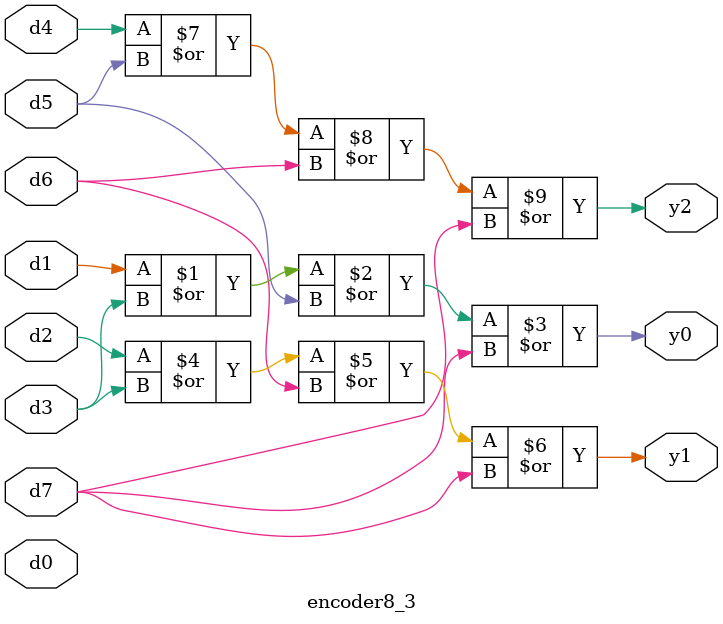
<source format=v>
`timescale 1ns / 1ps


module encoder8_3(input d0,d1,d2,d3,d4,d5,d6,d7,output y0,y1,y2);
assign y0=d1|d3|d5|d7;
assign y1=d2|d3|d6|d7;
assign y2=d4|d5|d6|d7;
endmodule

</source>
